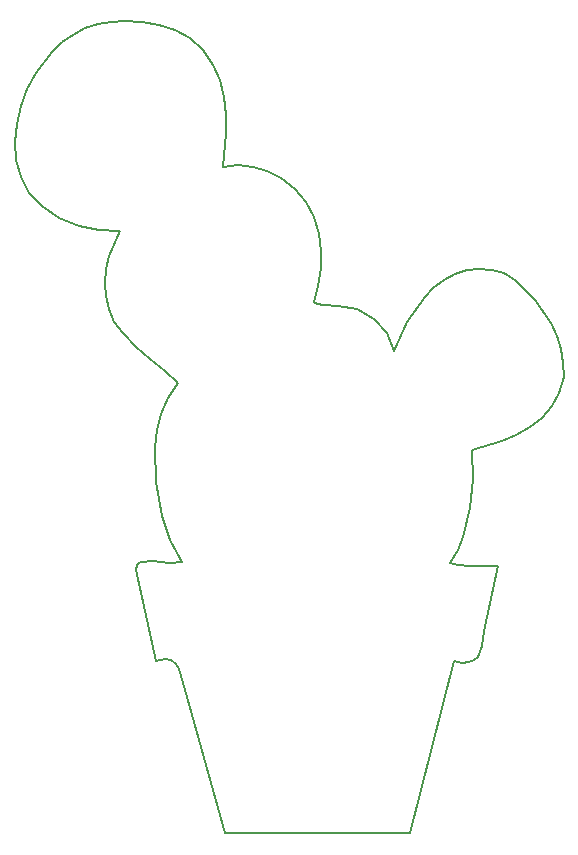
<source format=gm1>
G04 #@! TF.GenerationSoftware,KiCad,Pcbnew,5.1.0-unknown-r15165-fdfe5eab*
G04 #@! TF.CreationDate,2019-03-23T01:30:36-07:00*
G04 #@! TF.ProjectId,PricklyPear,50726963-6b6c-4795-9065-61722e6b6963,rev?*
G04 #@! TF.SameCoordinates,Original*
G04 #@! TF.FileFunction,Profile,NP*
%FSLAX46Y46*%
G04 Gerber Fmt 4.6, Leading zero omitted, Abs format (unit mm)*
G04 Created by KiCad (PCBNEW 5.1.0-unknown-r15165-fdfe5eab) date 2019-03-23 01:30:36*
%MOMM*%
%LPD*%
G04 APERTURE LIST*
%ADD10C,0.200000*%
G04 APERTURE END LIST*
D10*
X42339902Y47211157D02*
X41392649Y47788402D01*
X44031139Y45551638D02*
X42339902Y47211157D01*
X14544182Y11918658D02*
X16163253Y6178707D01*
X14234037Y13123677D02*
X14544182Y11918658D01*
X25673836Y46745584D02*
X25889365Y48205238D01*
X25276344Y45351838D02*
X25673836Y46745584D01*
X25604181Y45154567D02*
X25276344Y45351838D01*
X26173066Y45118738D02*
X25604181Y45154567D01*
X27387324Y45049014D02*
X26173066Y45118738D01*
X28989764Y44734989D02*
X27387324Y45049014D01*
X11696755Y23402416D02*
X10627693Y23338747D01*
X13011049Y23266956D02*
X11696755Y23402416D01*
X17903185Y59680358D02*
X17882706Y61187466D01*
X17580689Y56756827D02*
X17903185Y59680358D01*
X18855689Y56926290D02*
X17580689Y56756827D01*
X3738551Y52454271D02*
X5394314Y51814659D01*
X2259660Y53447002D02*
X3738551Y52454271D01*
X17782743Y438869D02*
X25610173Y399569D01*
X16163253Y6178707D02*
X17782743Y438869D01*
X36851864Y23292718D02*
X37484114Y24365197D01*
X37511126Y23056267D02*
X36851864Y23292718D01*
X38588713Y23030392D02*
X37511126Y23056267D01*
X40860405Y23036918D02*
X38588713Y23030392D01*
X9109371Y42737061D02*
X10206648Y41562650D01*
X8406259Y43687850D02*
X9109371Y42737061D01*
X11968111Y14974418D02*
X12680476Y15108147D01*
X10267441Y22699528D02*
X11968111Y14974418D01*
X39329434Y48183978D02*
X38277908Y48046637D01*
X40378421Y48105287D02*
X39329434Y48183978D01*
X41392649Y47788402D02*
X40378421Y48105287D01*
X33162607Y43636345D02*
X32075409Y41235810D01*
X34690756Y45780236D02*
X33162607Y43636345D01*
X35430265Y46560064D02*
X34690756Y45780236D01*
X25717206Y51144495D02*
X25297188Y52544412D01*
X25908599Y49686357D02*
X25717206Y51144495D01*
X25889365Y48205238D02*
X25908599Y49686357D01*
X38411333Y14850425D02*
X38846428Y15034260D01*
X37857480Y14806966D02*
X38411333Y14850425D01*
X23714468Y54957727D02*
X22522506Y55880394D01*
X24634485Y53830611D02*
X23714468Y54957727D01*
X25297188Y52544412D02*
X24634485Y53830611D01*
X7931855Y44728624D02*
X8406259Y43687850D01*
X7668991Y45832534D02*
X7931855Y44728624D01*
X37964471Y25499786D02*
X38544741Y27899176D01*
X37484114Y24365197D02*
X37964471Y25499786D01*
X13214249Y15005938D02*
X13602961Y14712089D01*
X12680476Y15108147D02*
X13214249Y15005938D01*
X1218470Y54615924D02*
X2259660Y53447002D01*
X513245Y55951261D02*
X1218470Y54615924D01*
X38743143Y30378655D02*
X38710148Y32825989D01*
X38544741Y27899176D02*
X38743143Y30378655D01*
X12393627Y35912335D02*
X12016704Y34509184D01*
X12987264Y37237352D02*
X12393627Y35912335D01*
X17333040Y64115303D02*
X16743340Y65458269D01*
X17703448Y62674321D02*
X17333040Y64115303D01*
X17882706Y61187466D02*
X17703448Y62674321D01*
X37170707Y14920619D02*
X37857480Y14806966D01*
X35304016Y7640481D02*
X37170707Y14920619D01*
X30389247Y43940513D02*
X28989764Y44734989D01*
X31459790Y42746987D02*
X30389247Y43940513D01*
X32075409Y41235810D02*
X31459790Y42746987D01*
X3143988Y66558529D02*
X1759433Y64709881D01*
X13823812Y38458770D02*
X12987264Y37237352D01*
X12703232Y39494863D02*
X13823812Y38458770D01*
X45382171Y43561554D02*
X44031139Y45551638D01*
X45881706Y42472730D02*
X45382171Y43561554D01*
X46444042Y38976001D02*
X46432003Y40167882D01*
X46095923Y37666303D02*
X46444042Y38976001D01*
X20136152Y56817911D02*
X18855689Y56926290D01*
X21374338Y56459882D02*
X20136152Y56817911D01*
X22522506Y55880394D02*
X21374338Y56459882D01*
X36296105Y47212517D02*
X35430265Y46560064D01*
X37256059Y47715429D02*
X36296105Y47212517D01*
X38277908Y48046637D02*
X37256059Y47715429D01*
X14790163Y67694661D02*
X13542069Y68398810D01*
X15905372Y66664346D02*
X14790163Y67694661D01*
X16743340Y65458269D02*
X15905372Y66664346D01*
X39736145Y17473349D02*
X40860405Y23036918D01*
X39580768Y16260671D02*
X39736145Y17473349D01*
X11451056Y40505703D02*
X12703232Y39494863D01*
X10206648Y41562650D02*
X11451056Y40505703D01*
X9334678Y69122480D02*
X9334678Y69122530D01*
X7600501Y46972725D02*
X7668991Y45832534D01*
X7709220Y48122347D02*
X7600501Y46972725D01*
X33437602Y360269D02*
X35304016Y7640481D01*
X25610173Y399569D02*
X33437602Y360269D01*
X39176925Y15341736D02*
X39580768Y16260671D01*
X38846428Y15034260D02*
X39176925Y15341736D01*
X10329992Y23114608D02*
X10267441Y22699528D01*
X10627693Y23338747D02*
X10329992Y23114608D01*
X134424Y60459338D02*
X0Y58928000D01*
X490438Y61964790D02*
X134424Y60459338D01*
X1041092Y63397318D02*
X490438Y61964790D01*
X1759433Y64709881D02*
X1041092Y63397318D01*
X46238104Y41337483D02*
X45881706Y42472730D01*
X46432003Y40167882D02*
X46238104Y41337483D01*
X41207973Y33547177D02*
X42434674Y34082133D01*
X38710148Y32825989D02*
X41207973Y33547177D01*
X10765981Y69075340D02*
X9334678Y69122480D01*
X12184560Y68846577D02*
X10765981Y69075340D01*
X13542069Y68398810D02*
X12184560Y68846577D01*
X7977979Y49254547D02*
X7709220Y48122347D01*
X8926953Y51359274D02*
X7977979Y49254547D01*
X13880142Y14270897D02*
X14234037Y13123677D01*
X13602961Y14712089D02*
X13880142Y14270897D01*
X12456588Y27250349D02*
X13146871Y25222572D01*
X11921900Y30105724D02*
X12456588Y27250349D01*
X3995636Y67338390D02*
X3143988Y66558529D01*
X14106997Y23308788D02*
X13011049Y23266956D01*
X13146871Y25222572D02*
X14106997Y23308788D01*
X43582856Y34747010D02*
X44615836Y35562434D01*
X42434674Y34082133D02*
X43582856Y34747010D01*
X9334678Y69122530D02*
X8165505Y69103602D01*
X8165505Y69103602D02*
X7034191Y68898961D01*
X11830304Y33053367D02*
X11921900Y30105724D01*
X12016704Y34509184D02*
X11830304Y33053367D01*
X7034191Y68898961D02*
X5953560Y68525369D01*
X5953560Y68525369D02*
X4936434Y67999591D01*
X4936434Y67999591D02*
X3995636Y67338390D01*
X7149573Y51469287D02*
X8926953Y51359274D01*
X5394314Y51814659D02*
X7149573Y51469287D01*
X45470023Y36531989D02*
X46095923Y37666303D01*
X44615836Y35562434D02*
X45470023Y36531989D01*
X116312Y57404718D02*
X513245Y55951261D01*
X0Y58928000D02*
X116312Y57404718D01*
M02*

</source>
